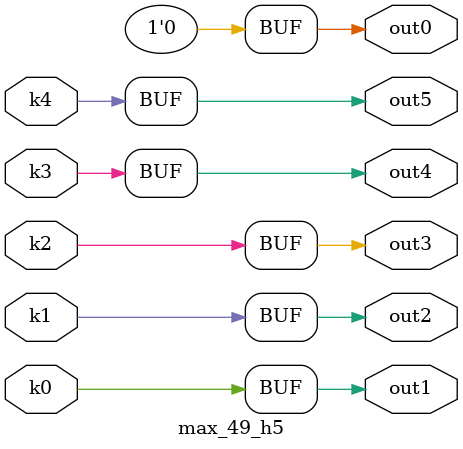
<source format=v>
module max_49(pi00, pi01, pi02, pi03, pi04, pi05, pi06, pi07, pi08, pi09, pi10, pi11, pi12, po0, po1, po2, po3, po4, po5);
input pi00, pi01, pi02, pi03, pi04, pi05, pi06, pi07, pi08, pi09, pi10, pi11, pi12;
output po0, po1, po2, po3, po4, po5;
wire k0, k1, k2, k3, k4;
max_49_w5 DUT1 (pi00, pi01, pi02, pi03, pi04, pi05, pi06, pi07, pi08, pi09, pi10, pi11, pi12, k0, k1, k2, k3, k4);
max_49_h5 DUT2 (k0, k1, k2, k3, k4, po0, po1, po2, po3, po4, po5);
endmodule

module max_49_w5(in12, in11, in10, in9, in8, in7, in6, in5, in4, in3, in2, in1, in0, k4, k3, k2, k1, k0);
input in12, in11, in10, in9, in8, in7, in6, in5, in4, in3, in2, in1, in0;
output k4, k3, k2, k1, k0;
assign k0 =   in0 ? ~in9 : ~in4;
assign k1 =   in0 ? ~in12 : ~in7;
assign k2 =   in0 ? ~in11 : ~in6;
assign k3 =   in0 ? ~in10 : ~in5;
assign k4 =   (((in12 & (~in7 | (~in1 & ~in2))) | (~in7 & ~in1 & ~in2)) & (in8 | ~in3) & (in9 | ~in4) & (in10 | ~in5) & (in11 | ~in6)) | ((in8 | ~in3) & (((in9 | ~in4) & ((in11 & ~in6 & (in10 | ~in5)) | (in10 & ~in5))) | (in9 & ~in4))) | (in8 & ~in3);
endmodule

module max_49_h5(k4, k3, k2, k1, k0, out5, out4, out3, out2, out1, out0);
input k4, k3, k2, k1, k0;
output out5, out4, out3, out2, out1, out0;
assign out0 = 0;
assign out1 = k0;
assign out2 = k1;
assign out3 = k2;
assign out4 = k3;
assign out5 = k4;
endmodule

</source>
